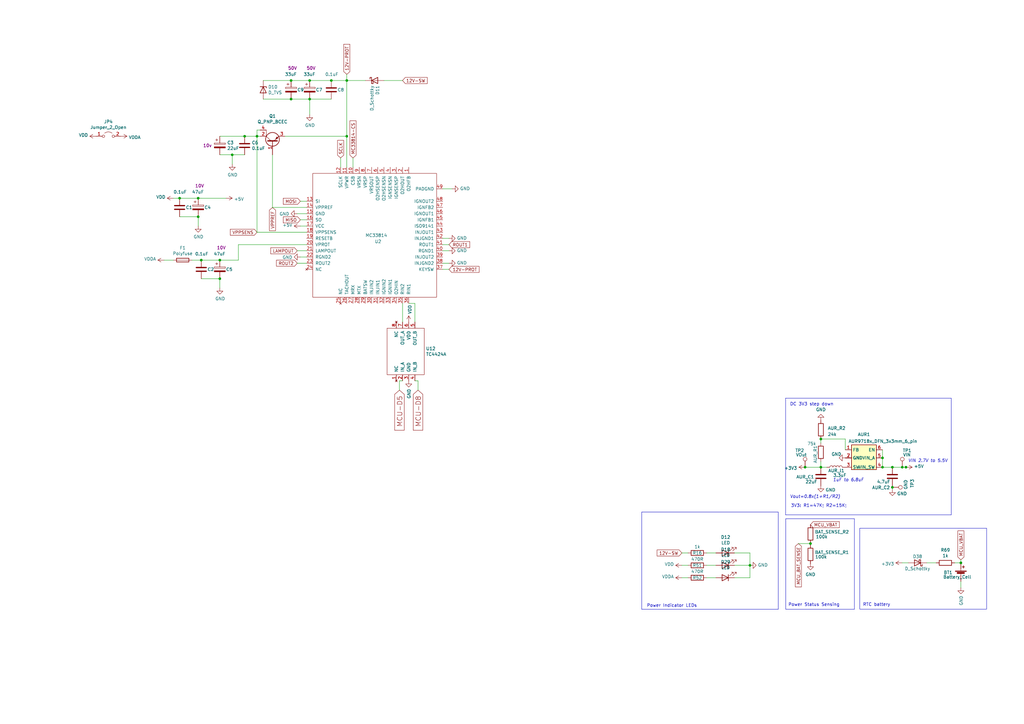
<source format=kicad_sch>
(kicad_sch (version 20230121) (generator eeschema)
  (paper "A3")
  (title_block (title "Power Management") (date "2023-12-06") (rev "12-2023") (company "www.Aeonlabs.science"))
  (lib_symbols
    (symbol "Connector:TestPoint" (pin_numbers hide) (pin_names (offset 0.762) hide)
      (property "Reference" "TP" (at 0 6.858 0))
      (property "Value" "TestPoint" (at 0 5.08 0))
      (symbol "TestPoint_0_1"
        (circle (center 0 3.302) (radius 0.762))
      )
      (symbol "TestPoint_1_1"
        (pin passive line (at 0 0 90) (length 2.54) (name "1") (number "1"))
      )
    )
    (symbol "Device:Battery_Cell" (pin_numbers hide) (pin_names (offset 0) hide)
      (property "Reference" "BT" (at 2.54 2.54 0))
      (property "Value" "Battery_Cell" (at 2.54 0 0))
      (symbol "Battery_Cell_0_1"
        (rectangle (start -2.286 1.778) (end 2.286 1.524) (fill (type outline)))
        (rectangle (start -1.5748 1.1938) (end 1.4732 0.6858) (fill (type outline)))
        (polyline (pts (xy 0 0.762) (xy 0 0)))
        (polyline (pts (xy 0 1.778) (xy 0 2.54)))
        (polyline (pts (xy 0.508 3.429) (xy 1.524 3.429)) (stroke (width 0.254)))
        (polyline (pts (xy 1.016 3.937) (xy 1.016 2.921)) (stroke (width 0.254)))
      )
      (symbol "Battery_Cell_1_1"
        (pin passive line (at 0 5.08 270) (length 2.54) (name "+") (number "1"))
        (pin passive line (at 0 -2.54 90) (length 2.54) (name "-") (number "2"))
      )
    )
    (symbol "Device:C" (pin_numbers hide) (pin_names (offset 0.254))
      (property "Reference" "C" (at 0.635 2.54 0))
      (property "Value" "C" (at 0.635 -2.54 0))
      (symbol "C_0_1"
        (polyline (pts (xy -2.032 -0.762) (xy 2.032 -0.762)) (stroke (width 0.508)))
        (polyline (pts (xy -2.032 0.762) (xy 2.032 0.762)) (stroke (width 0.508)))
      )
      (symbol "C_1_1"
        (pin passive line (at 0 3.81 270) (length 2.794) (name "~") (number "1"))
        (pin passive line (at 0 -3.81 90) (length 2.794) (name "~") (number "2"))
      )
    )
    (symbol "Device:CP" (pin_numbers hide) (pin_names (offset 0.254))
      (property "Reference" "C" (at 0.635 2.54 0))
      (property "Value" "Device_CP" (at 0.635 -2.54 0))
      (symbol "CP_0_1"
        (rectangle (start -2.286 0.508) (end 2.286 1.016))
        (polyline (pts (xy -1.778 2.286) (xy -0.762 2.286)))
        (polyline (pts (xy -1.27 2.794) (xy -1.27 1.778)))
        (rectangle (start 2.286 -0.508) (end -2.286 -1.016) (fill (type outline)))
      )
      (symbol "CP_1_1"
        (pin passive line (at 0 3.81 270) (length 2.794) (name "~") (number "1"))
        (pin passive line (at 0 -3.81 90) (length 2.794) (name "~") (number "2"))
      )
    )
    (symbol "Device:D_Schottky" (pin_numbers hide) (pin_names (offset 1.016) hide)
      (property "Reference" "D" (at 0 2.54 0))
      (property "Value" "D_Schottky" (at 0 -2.54 0))
      (symbol "D_Schottky_0_1"
        (polyline (pts (xy 1.27 0) (xy -1.27 0)))
        (polyline (pts (xy 1.27 1.27) (xy 1.27 -1.27) (xy -1.27 0) (xy 1.27 1.27)) (stroke (width 0.254)))
        (polyline (pts (xy -1.905 0.635) (xy -1.905 1.27) (xy -1.27 1.27) (xy -1.27 -1.27) (xy -0.635 -1.27) (xy -0.635 -0.635)) (stroke (width 0.254)))
      )
      (symbol "D_Schottky_1_1"
        (pin passive line (at -3.81 0 0) (length 2.54) (name "K") (number "1"))
        (pin passive line (at 3.81 0 180) (length 2.54) (name "A") (number "2"))
      )
    )
    (symbol "Device:D_Zener" (pin_numbers hide) (pin_names (offset 1.016) hide)
      (property "Reference" "D" (at 0 2.54 0))
      (property "Value" "D_Zener" (at 0 -2.54 0))
      (symbol "D_Zener_0_1"
        (polyline (pts (xy 1.27 0) (xy -1.27 0)))
        (polyline (pts (xy -1.27 -1.27) (xy -1.27 1.27) (xy -0.762 1.27)) (stroke (width 0.254)))
        (polyline (pts (xy 1.27 -1.27) (xy 1.27 1.27) (xy -1.27 0) (xy 1.27 -1.27)) (stroke (width 0.254)))
      )
      (symbol "D_Zener_1_1"
        (pin passive line (at -3.81 0 0) (length 2.54) (name "K") (number "1"))
        (pin passive line (at 3.81 0 180) (length 2.54) (name "A") (number "2"))
      )
    )
    (symbol "Device:Fuse" (pin_numbers hide) (pin_names (offset 0))
      (property "Reference" "F" (at 2.032 0 90))
      (property "Value" "Fuse" (at -1.905 0 90))
      (symbol "Fuse_0_1"
        (rectangle (start -0.762 -2.54) (end 0.762 2.54) (stroke (width 0.254)))
        (polyline (pts (xy 0 2.54) (xy 0 -2.54)))
      )
      (symbol "Fuse_1_1"
        (pin passive line (at 0 3.81 270) (length 1.27) (name "~") (number "1"))
        (pin passive line (at 0 -3.81 90) (length 1.27) (name "~") (number "2"))
      )
    )
    (symbol "Device:L" (pin_numbers hide) (pin_names (offset 1.016) hide)
      (property "Reference" "L" (at -1.27 0 90))
      (property "Value" "L" (at 1.905 0 90))
      (symbol "L_0_1"
        (arc (start 0 -2.54) (mid 0.6323 -1.905) (end 0 -1.27))
        (arc (start 0 -1.27) (mid 0.6323 -0.635) (end 0 0))
        (arc (start 0 0) (mid 0.6323 0.635) (end 0 1.27))
        (arc (start 0 1.27) (mid 0.6323 1.905) (end 0 2.54))
      )
      (symbol "L_1_1"
        (pin passive line (at 0 3.81 270) (length 1.27) (name "1") (number "1"))
        (pin passive line (at 0 -3.81 90) (length 1.27) (name "2") (number "2"))
      )
    )
    (symbol "Device:LED" (pin_numbers hide) (pin_names (offset 1.016) hide)
      (property "Reference" "D" (at 0 2.54 0))
      (property "Value" "LED" (at 0 -2.54 0))
      (symbol "LED_0_1"
        (polyline (pts (xy -1.27 -1.27) (xy -1.27 1.27)) (stroke (width 0.254)))
        (polyline (pts (xy -1.27 0) (xy 1.27 0)))
        (polyline (pts (xy 1.27 -1.27) (xy 1.27 1.27) (xy -1.27 0) (xy 1.27 -1.27)) (stroke (width 0.254)))
        (polyline (pts (xy -3.048 -0.762) (xy -4.572 -2.286) (xy -3.81 -2.286) (xy -4.572 -2.286) (xy -4.572 -1.524)))
        (polyline (pts (xy -1.778 -0.762) (xy -3.302 -2.286) (xy -2.54 -2.286) (xy -3.302 -2.286) (xy -3.302 -1.524)))
      )
      (symbol "LED_1_1"
        (pin passive line (at -3.81 0 0) (length 2.54) (name "K") (number "1"))
        (pin passive line (at 3.81 0 180) (length 2.54) (name "A") (number "2"))
      )
    )
    (symbol "Device:Q_PNP_BCEC" (pin_names (offset 0) hide)
      (property "Reference" "Q" (at 5.08 1.27 0))
      (property "Value" "Q_PNP_BCEC" (at 5.08 -1.27 0))
      (symbol "Q_PNP_BCEC_0_1"
        (polyline (pts (xy 0.635 0.635) (xy 2.54 2.54)))
        (polyline (pts (xy 5.08 2.54) (xy 2.54 2.54)))
        (polyline (pts (xy 0.635 -0.635) (xy 2.54 -2.54) (xy 2.54 -2.54)))
        (polyline (pts (xy 0.635 1.905) (xy 0.635 -1.905) (xy 0.635 -1.905)) (stroke (width 0.508)))
        (polyline (pts (xy 2.286 -1.778) (xy 1.778 -2.286) (xy 1.27 -1.27) (xy 2.286 -1.778) (xy 2.286 -1.778)) (fill (type outline)))
        (circle (center 1.27 0) (radius 2.8194) (stroke (width 0.254)))
      )
      (symbol "Q_PNP_BCEC_1_1"
        (pin input line (at -5.08 0 0) (length 5.715) (name "B") (number "1"))
        (pin passive line (at 2.54 5.08 270) (length 2.54) (name "C") (number "2"))
        (pin passive line (at 2.54 -5.08 90) (length 2.54) (name "E") (number "3"))
        (pin passive line (at 5.08 5.08 270) (length 2.54) (name "C") (number "4"))
      )
    )
    (symbol "Device:R" (pin_numbers hide) (pin_names (offset 0))
      (property "Reference" "R" (at 2.032 0 90))
      (property "Value" "R" (at 0 0 90))
      (symbol "R_0_1"
        (rectangle (start -1.016 -2.54) (end 1.016 2.54) (stroke (width 0.254)))
      )
      (symbol "R_1_1"
        (pin passive line (at 0 3.81 270) (length 1.27) (name "~") (number "1"))
        (pin passive line (at 0 -3.81 90) (length 1.27) (name "~") (number "2"))
      )
    )
    (symbol "IC_Automotive:MC33814" (pin_names (offset 1.016))
      (property "Reference" "U" (at 0 0 0))
      (property "Value" "MC33814" (at 0 0 0))
      (symbol "MC33814_0_1"
        (rectangle (start -25.4 25.4) (end 25.4 -25.4))
      )
      (symbol "MC33814_1_1"
        (pin input line (at -27.94 13.97 0) (length 2.54) (name "O2HFB") (number "1"))
        (pin input line (at -27.94 -8.89 0) (length 2.54) (name "CSB") (number "10"))
        (pin power_in line (at -27.94 -11.43 0) (length 2.54) (name "VPWR") (number "11"))
        (pin input line (at -27.94 -13.97 0) (length 2.54) (name "SCLK") (number "12"))
        (pin input line (at -13.97 -27.94 90) (length 2.54) (name "SI") (number "13"))
        (pin output line (at -11.43 -27.94 90) (length 2.54) (name "VPPREF") (number "14"))
        (pin power_in line (at -8.89 -27.94 90) (length 2.54) (name "GND") (number "15"))
        (pin output line (at -6.35 -27.94 90) (length 2.54) (name "SO") (number "16"))
        (pin power_out line (at -3.81 -27.94 90) (length 2.54) (name "VCC") (number "17"))
        (pin input line (at -1.27 -27.94 90) (length 2.54) (name "VPPSENS") (number "18"))
        (pin output line (at 1.27 -27.94 90) (length 2.54) (name "RESETB") (number "19"))
        (pin output line (at -27.94 11.43 0) (length 2.54) (name "O2HOUT") (number "2"))
        (pin power_out line (at 3.81 -27.94 90) (length 2.54) (name "VPROT") (number "20"))
        (pin output line (at 6.35 -27.94 90) (length 2.54) (name "LAMPOUT") (number "21"))
        (pin power_out line (at 8.89 -27.94 90) (length 2.54) (name "RGND2") (number "22"))
        (pin output line (at 11.43 -27.94 90) (length 2.54) (name "ROUT2") (number "23"))
        (pin no_connect line (at 13.97 -27.94 90) (length 2.54) (name "NC") (number "24"))
        (pin no_connect line (at 27.94 -13.97 180) (length 2.54) (name "NC") (number "25"))
        (pin output line (at 27.94 -11.43 180) (length 2.54) (name "TACHOUT") (number "26"))
        (pin output line (at 27.94 -8.89 180) (length 2.54) (name "MRX") (number "27"))
        (pin input line (at 27.94 -6.35 180) (length 2.54) (name "MTX") (number "28"))
        (pin output line (at 27.94 -3.81 180) (length 2.54) (name "BATSW") (number "29"))
        (pin input line (at -27.94 8.89 0) (length 2.54) (name "IGNSENSP") (number "3"))
        (pin input line (at 27.94 -1.27 180) (length 2.54) (name "INJIN2") (number "30"))
        (pin input line (at 27.94 1.27 180) (length 2.54) (name "INJIN1") (number "31"))
        (pin input line (at 27.94 3.81 180) (length 2.54) (name "IGNIN2") (number "32"))
        (pin input line (at 27.94 6.35 180) (length 2.54) (name "IGNIN1") (number "33"))
        (pin input line (at 27.94 8.89 180) (length 2.54) (name "O2HIN") (number "34"))
        (pin input line (at 27.94 11.43 180) (length 2.54) (name "RIN2") (number "35"))
        (pin input line (at 27.94 13.97 180) (length 2.54) (name "RIN1") (number "36"))
        (pin input line (at 13.97 27.94 270) (length 2.54) (name "KEYSW") (number "37"))
        (pin power_out line (at 11.43 27.94 270) (length 2.54) (name "INJGND2") (number "38"))
        (pin output line (at 8.89 27.94 270) (length 2.54) (name "INJOUT2") (number "39"))
        (pin input line (at -27.94 6.35 0) (length 2.54) (name "IGNSENSN") (number "4"))
        (pin power_out line (at 6.35 27.94 270) (length 2.54) (name "RGND1") (number "40"))
        (pin output line (at 3.81 27.94 270) (length 2.54) (name "ROUT1") (number "41"))
        (pin power_out line (at 1.27 27.94 270) (length 2.54) (name "INJGND1") (number "42"))
        (pin output line (at -1.27 27.94 270) (length 2.54) (name "INJOUT1") (number "43"))
        (pin bidirectional line (at -3.81 27.94 270) (length 2.54) (name "ISO9141") (number "44"))
        (pin input line (at -6.35 27.94 270) (length 2.54) (name "IGNFB1") (number "45"))
        (pin output line (at -8.89 27.94 270) (length 2.54) (name "IGNOUT1") (number "46"))
        (pin input line (at -11.43 27.94 270) (length 2.54) (name "IGNFB2") (number "47"))
        (pin output line (at -13.97 27.94 270) (length 2.54) (name "IGNOUT2") (number "48"))
        (pin power_in line (at -19.05 27.94 270) (length 2.54) (name "PADGND") (number "49"))
        (pin input line (at -27.94 3.81 0) (length 2.54) (name "O2HSENSN") (number "5"))
        (pin input line (at -27.94 1.27 0) (length 2.54) (name "O2HSENSP") (number "6"))
        (pin output line (at -27.94 -1.27 0) (length 2.54) (name "VRSOUT") (number "7"))
        (pin input line (at -27.94 -3.81 0) (length 2.54) (name "VRSP") (number "8"))
        (pin input line (at -27.94 -6.35 0) (length 2.54) (name "VRSN") (number "9"))
      )
    )
    (symbol "IC_Automotive:TC4424A" (pin_names (offset 1.016))
      (property "Reference" "U" (at -7.62 38.1 0))
      (property "Value" "TC4424A" (at -15.24 38.1 0))
      (symbol "TC4424A_0_1"
        (rectangle (start -25.4 36.83) (end -6.35 21.59))
      )
      (symbol "TC4424A_1_1"
        (pin no_connect line (at -27.94 33.02 0) (length 2.54) (name "NC") (number "1"))
        (pin input line (at -27.94 30.48 0) (length 2.54) (name "IN_A") (number "2"))
        (pin power_in line (at -27.94 27.94 0) (length 2.54) (name "GND") (number "3"))
        (pin input line (at -27.94 25.4 0) (length 2.54) (name "IN_B") (number "4"))
        (pin input line (at -3.81 25.4 180) (length 2.54) (name "OUT_B") (number "5"))
        (pin power_in line (at -3.81 27.94 180) (length 2.54) (name "VDD") (number "6"))
        (pin output line (at -3.81 30.48 180) (length 2.54) (name "OUT_A") (number "7"))
        (pin no_connect line (at -3.81 33.02 180) (length 2.54) (name "NC") (number "8"))
      )
    )
    (symbol "Jumper:Jumper_2_Open" (pin_names (offset 0) hide)
      (property "Reference" "JP" (at 0 2.794 0))
      (property "Value" "Jumper_2_Open" (at 0 -2.286 0))
      (symbol "Jumper_2_Open_0_0"
        (circle (center -2.032 0) (radius 0.508))
        (circle (center 2.032 0) (radius 0.508))
      )
      (symbol "Jumper_2_Open_0_1"
        (arc (start 1.524 1.27) (mid 0 1.778) (end -1.524 1.27))
      )
      (symbol "Jumper_2_Open_1_1"
        (pin passive line (at -5.08 0 0) (length 2.54) (name "A") (number "1"))
        (pin passive line (at 5.08 0 180) (length 2.54) (name "B") (number "2"))
      )
    )
    (symbol "Power_Management:ST01S09_AUR9718x_DFN_3x3mm_6_pin"
      (property "Reference" "AU1" (at -2.54 10.033 0))
      (property "Value" "AUR9718x_DFN_3x3mm_6_pin" (at -2.54 7.493 0))
      (symbol "ST01S09_AUR9718x_DFN_3x3mm_6_pin_0_1"
        (rectangle (start -7.62 5.08) (end 2.54 -5.08) (stroke (width 0.254)) (fill (type background)))
      )
      (symbol "ST01S09_AUR9718x_DFN_3x3mm_6_pin_1_1"
        (pin input line (at -10.16 3.048 0) (length 2.54) (name "FB") (number "1"))
        (pin output line (at -10.16 -0.254 0) (length 2.54) (name "GND") (number "2"))
        (pin bidirectional line (at -10.16 -4.064 0) (length 2.54) (name "SW") (number "3"))
        (pin input line (at 5.08 -4.064 180) (length 2.54) (name "VIN_SW") (number "4"))
        (pin power_out line (at 5.08 -0.254 180) (length 2.54) (name "VIN_A") (number "5"))
        (pin power_in line (at 5.08 3.048 180) (length 2.54) (name "EN") (number "6"))
        (pin output line (at -10.16 -0.254 0) (length 2.54) (name "GND") (number "7"))
      )
    )
    (symbol "power:+3V3" (power) (pin_names (offset 0))
      (property "Value" "+3V3" (at 0 3.556 0))
      (symbol "+3V3_0_1"
        (polyline (pts (xy -0.762 1.27) (xy 0 2.54)))
        (polyline (pts (xy 0 0) (xy 0 2.54)))
        (polyline (pts (xy 0 2.54) (xy 0.762 1.27)))
      )
      (symbol "+3V3_1_1"
        (pin power_in line (at 0 0 90) (length 0) hide (name "+3V3") (number "1"))
      )
    )
    (symbol "power:+5V" (power) (pin_names (offset 0))
      (property "Value" "+5V" (at 0 3.556 0))
      (symbol "+5V_0_1"
        (polyline (pts (xy -0.762 1.27) (xy 0 2.54)))
        (polyline (pts (xy 0 0) (xy 0 2.54)))
        (polyline (pts (xy 0 2.54) (xy 0.762 1.27)))
      )
      (symbol "+5V_1_1"
        (pin power_in line (at 0 0 90) (length 0) hide (name "+5V") (number "1"))
      )
    )
    (symbol "power:GND" (power) (pin_names (offset 0))
      (property "Value" "GND" (at 0 -3.81 0))
      (symbol "GND_0_1"
        (polyline (pts (xy 0 0) (xy 0 -1.27) (xy 1.27 -1.27) (xy 0 -2.54) (xy -1.27 -1.27) (xy 0 -1.27)))
      )
      (symbol "GND_1_1"
        (pin power_in line (at 0 0 270) (length 0) hide (name "GND") (number "1"))
      )
    )
    (symbol "power:VDD" (power) (pin_names (offset 0))
      (property "Value" "VDD" (at 0 3.81 0))
      (symbol "VDD_0_1"
        (polyline (pts (xy -0.762 1.27) (xy 0 2.54)))
        (polyline (pts (xy 0 0) (xy 0 2.54)))
        (polyline (pts (xy 0 2.54) (xy 0.762 1.27)))
      )
      (symbol "VDD_1_1"
        (pin power_in line (at 0 0 90) (length 0) hide (name "VDD") (number "1"))
      )
    )
    (symbol "power:VDDA" (power) (pin_names (offset 0))
      (property "Value" "VDDA" (at 0 3.81 0))
      (symbol "VDDA_0_1"
        (polyline (pts (xy -0.762 1.27) (xy 0 2.54)))
        (polyline (pts (xy 0 0) (xy 0 2.54)))
        (polyline (pts (xy 0 2.54) (xy 0.762 1.27)))
      )
      (symbol "VDDA_1_1"
        (pin power_in line (at 0 0 90) (length 0) hide (name "VDDA") (number "1"))
      )
    )
  )
  (junction (at 73.66 81.28))
  (junction (at 307.594 231.8766))
  (junction (at 82.55 106.68))
  (junction (at 81.28 88.9))
  (junction (at 332.4098 222.9358))
  (junction (at 361.95 191.6176))
  (junction (at 330.2 191.6176))
  (junction (at 370.078 191.6176))
  (junction (at 142.24 55.88))
  (junction (at 336.677 180.0606))
  (junction (at 361.95 187.8076))
  (junction (at 366.014 191.6176))
  (junction (at 371.5766 191.6176))
  (junction (at 100.33 55.88))
  (junction (at 366.014 199.8726))
  (junction (at 142.24 33.02))
  (junction (at 135.89 33.02))
  (junction (at 81.28 81.28))
  (junction (at 394.1064 230.8606))
  (junction (at 336.677 191.6176))
  (junction (at 90.17 114.3))
  (junction (at 127 33.02))
  (junction (at 90.17 106.68))
  (junction (at 119.38 40.64))
  (junction (at 127 40.64))
  (junction (at 119.38 33.02))
  (junction (at 105.41 55.88))
  (junction (at 95.25 63.5))
  (wire (pts (xy 121.92 107.95) (xy 125.73 107.95)))
  (wire (pts (xy 170.18 124.46) (xy 170.18 132.08)))
  (wire (pts (xy 78.74 106.68) (xy 82.55 106.68)))
  (wire (pts (xy 135.89 33.02) (xy 127 33.02)))
  (wire (pts (xy 380.1364 230.8606) (xy 383.9464 230.8606)))
  (wire (pts (xy 394.1064 241.0206) (xy 394.1064 238.4806)))
  (wire (pts (xy 105.41 53.34) (xy 105.41 55.88)))
  (wire (pts (xy 330.2 191.6176) (xy 336.677 191.6176)))
  (wire (pts (xy 171.45 160.02) (xy 171.45 156.21)))
  (wire (pts (xy 289.814 226.7966) (xy 293.624 226.7966)))
  (wire (pts (xy 336.677 180.0606) (xy 336.677 181.7116)))
  (wire (pts (xy 125.73 100.33) (xy 97.79 100.33)))
  (wire (pts (xy 366.014 191.6176) (xy 370.078 191.6176)))
  (wire (pts (xy 105.41 95.25) (xy 125.73 95.25)))
  (wire (pts (xy 163.83 160.02) (xy 163.83 156.21)))
  (wire (pts (xy 184.15 110.49) (xy 181.61 110.49)))
  (wire (pts (xy 336.677 191.6176) (xy 336.677 189.3316)))
  (polyline (pts (xy 322.199 211.1756) (xy 322.199 163.2966)))
  (wire (pts (xy 336.677 180.0606) (xy 346.71 180.0606)))
  (wire (pts (xy 135.89 33.02) (xy 142.24 33.02)))
  (wire (pts (xy 142.24 33.02) (xy 149.86 33.02)))
  (wire (pts (xy 111.76 63.5) (xy 111.76 85.09)))
  (wire (pts (xy 165.1 33.02) (xy 157.48 33.02)))
  (polyline (pts (xy 390.144 211.1756) (xy 322.199 211.1756)))
  (wire (pts (xy 81.28 92.71) (xy 81.28 88.9)))
  (wire (pts (xy 90.17 118.11) (xy 90.17 114.3)))
  (wire (pts (xy 123.19 90.17) (xy 125.73 90.17)))
  (wire (pts (xy 105.41 55.88) (xy 105.41 95.25)))
  (wire (pts (xy 327.4568 222.9358) (xy 332.4098 222.9358)))
  (wire (pts (xy 127 40.64) (xy 127 46.99)))
  (wire (pts (xy 97.79 106.68) (xy 90.17 106.68)))
  (wire (pts (xy 301.244 226.7966) (xy 307.594 226.7966)))
  (wire (pts (xy 184.15 102.87) (xy 181.61 102.87)))
  (wire (pts (xy 282.194 236.9566) (xy 279.654 236.9566)))
  (wire (pts (xy 366.014 199.8726) (xy 366.014 199.2376)))
  (wire (pts (xy 100.33 55.88) (xy 105.41 55.88)))
  (wire (pts (xy 289.814 231.8766) (xy 293.624 231.8766)))
  (wire (pts (xy 332.4098 222.8088) (xy 332.4098 222.9358)))
  (wire (pts (xy 107.95 33.02) (xy 119.38 33.02)))
  (wire (pts (xy 332.4098 222.9358) (xy 332.4098 223.5708)))
  (wire (pts (xy 142.24 55.88) (xy 142.24 68.58)))
  (polyline (pts (xy 322.2498 212.7758) (xy 350.4438 212.7758)))
  (wire (pts (xy 142.24 33.02) (xy 142.24 55.88)))
  (wire (pts (xy 139.7 64.77) (xy 139.7 68.58)))
  (polyline (pts (xy 350.4438 249.8598) (xy 322.2498 249.8598)))
  (wire (pts (xy 339.09 191.6176) (xy 336.677 191.6176)))
  (wire (pts (xy 279.654 231.8766) (xy 282.194 231.8766)))
  (wire (pts (xy 370.078 191.6176) (xy 371.5766 191.6176)))
  (polyline (pts (xy 390.144 163.2966) (xy 390.144 211.1756)))
  (wire (pts (xy 67.31 106.68) (xy 71.12 106.68)))
  (wire (pts (xy 184.15 97.79) (xy 181.61 97.79)))
  (wire (pts (xy 107.95 40.64) (xy 119.38 40.64)))
  (polyline (pts (xy 350.4438 212.7758) (xy 350.4438 249.8598)))
  (wire (pts (xy 119.38 40.64) (xy 127 40.64)))
  (wire (pts (xy 123.19 105.41) (xy 125.73 105.41)))
  (wire (pts (xy 361.95 187.8076) (xy 361.95 191.6176)))
  (wire (pts (xy 184.15 107.95) (xy 181.61 107.95)))
  (wire (pts (xy 307.594 226.7966) (xy 307.594 231.8766)))
  (wire (pts (xy 73.66 81.28) (xy 81.28 81.28)))
  (wire (pts (xy 361.95 184.5056) (xy 361.95 187.8076)))
  (wire (pts (xy 90.17 55.88) (xy 100.33 55.88)))
  (wire (pts (xy 369.9764 230.8606) (xy 372.5164 230.8606)))
  (wire (pts (xy 371.5766 191.6176) (xy 371.602 191.6176)))
  (wire (pts (xy 163.83 156.21) (xy 165.1 156.21)))
  (wire (pts (xy 167.64 124.46) (xy 170.18 124.46)))
  (wire (pts (xy 82.55 106.68) (xy 90.17 106.68)))
  (wire (pts (xy 121.92 87.63) (xy 125.73 87.63)))
  (wire (pts (xy 394.1064 230.8606) (xy 394.1064 229.5906)))
  (wire (pts (xy 71.12 81.28) (xy 73.66 81.28)))
  (wire (pts (xy 171.45 156.21) (xy 170.18 156.21)))
  (wire (pts (xy 116.84 55.88) (xy 142.24 55.88)))
  (wire (pts (xy 119.38 33.02) (xy 127 33.02)))
  (wire (pts (xy 391.5664 230.8606) (xy 394.1064 230.8606)))
  (wire (pts (xy 142.24 30.48) (xy 142.24 33.02)))
  (wire (pts (xy 95.25 63.5) (xy 100.33 63.5)))
  (wire (pts (xy 181.61 77.47) (xy 185.42 77.47)))
  (wire (pts (xy 135.89 40.64) (xy 127 40.64)))
  (wire (pts (xy 97.79 100.33) (xy 97.79 106.68)))
  (wire (pts (xy 111.76 85.09) (xy 125.73 85.09)))
  (polyline (pts (xy 322.2498 212.7758) (xy 322.2498 249.8598)))
  (wire (pts (xy 307.594 236.9566) (xy 307.594 231.8766)))
  (wire (pts (xy 165.1 124.46) (xy 165.1 132.08)))
  (wire (pts (xy 366.014 200.7616) (xy 366.014 199.8726)))
  (wire (pts (xy 361.95 191.6176) (xy 366.014 191.6176)))
  (wire (pts (xy 95.25 67.31) (xy 95.25 63.5)))
  (wire (pts (xy 279.654 226.7966) (xy 282.194 226.7966)))
  (wire (pts (xy 81.28 81.28) (xy 92.71 81.28)))
  (wire (pts (xy 73.66 88.9) (xy 81.28 88.9)))
  (wire (pts (xy 82.55 114.3) (xy 90.17 114.3)))
  (wire (pts (xy 105.41 55.88) (xy 106.68 55.88)))
  (wire (pts (xy 289.814 236.9566) (xy 293.624 236.9566)))
  (wire (pts (xy 301.244 231.8766) (xy 307.594 231.8766)))
  (wire (pts (xy 301.244 236.9566) (xy 307.594 236.9566)))
  (wire (pts (xy 184.15 100.33) (xy 181.61 100.33)))
  (wire (pts (xy 121.92 102.87) (xy 125.73 102.87)))
  (wire (pts (xy 123.19 82.55) (xy 125.73 82.55)))
  (wire (pts (xy 144.78 64.77) (xy 144.78 68.58)))
  (polyline (pts (xy 322.199 163.2966) (xy 390.144 163.2966)))
  (wire (pts (xy 90.17 63.5) (xy 95.25 63.5)))
  (wire (pts (xy 106.68 53.34) (xy 105.41 53.34)))
  (wire (pts (xy 123.19 92.71) (xy 125.73 92.71)))
  (wire (pts (xy 346.71 184.5056) (xy 346.71 180.0606)))
  (rectangle (start 352.6536 216.6366) (end 404.6474 249.8344))
  (rectangle (start 263.1948 210.0072) (end 319.2018 249.9106))
  (text "3V3: R1=47K; R2=15K;" (at 324.358 208.2546 0) (effects (font (size 1.27 1.27)) (justify left bottom)))
  (text "1uF to 6.8uF" (at 341.63 197.7136 0) (effects (font (size 1.27 1.27) italic) (justify left bottom)))
  (text "Power Status Sensing" (at 323.2658 248.8438 0) (effects (font (size 1.27 1.27)) (justify left bottom)))
  (text "Vout=0.8x(1+R1/R2)" (at 323.977 204.5716 0) (effects (font (size 1.27 1.27) italic) (justify left bottom)))
  (text "Power Indicator LEDs" (at 265.2522 249.2248 0) (effects (font (size 1.27 1.27)) (justify left bottom)))
  (text "DC 3V3 step down" (at 323.977 166.5986 0) (effects (font (size 1.27 1.27)) (justify left bottom)))
  (text "VIN 2.7V to 5.5V" (at 372.491 189.8396 0) (effects (font (size 1.27 1.27) italic) (justify left bottom)))
  (text "RTC battery" (at 353.8982 248.8184 0) (effects (font (size 1.27 1.27)) (justify left bottom)))
  (global_label "ROUT1" (shape input) (at 184.15 100.33 0) (property "Intersheetrefs" "${INTERSHEET_REFS}" (effects hide)))
  (global_label "VPPREF" (shape input) (at 111.76 85.09 270) (property "Intersheetrefs" "${INTERSHEET_REFS}" (effects hide)))
  (global_label "12V-PROT" (shape input) (at 142.24 30.48 90) (property "Intersheetrefs" "${INTERSHEET_REFS}" (effects hide)))
  (global_label "LAMPOUT" (shape input) (at 121.92 102.87 180) (property "Intersheetrefs" "${INTERSHEET_REFS}" (effects hide)))
  (global_label "12V-SW" (shape input) (at 165.1 33.02 0) (property "Intersheetrefs" "${INTERSHEET_REFS}" (effects hide)))
  (global_label "MOSI" (shape input) (at 123.19 82.55 180) (property "Intersheetrefs" "${INTERSHEET_REFS}" (effects hide)))
  (global_label "SCLK" (shape input) (at 139.7 64.77 90) (property "Intersheetrefs" "${INTERSHEET_REFS}" (effects hide)))
  (global_label "MCU-D5" (shape input) (at 163.83 160.02 270) (effects (font (size 1.9812 1.9812))) (property "Intersheetrefs" "${INTERSHEET_REFS}" (effects hide)))
  (global_label "MISO" (shape input) (at 123.19 90.17 180) (property "Intersheetrefs" "${INTERSHEET_REFS}" (effects hide)))
  (global_label "MCU_VBAT" (shape input) (at 394.1064 229.5906 90) (property "Intersheetrefs" "${INTERSHEET_REFS}" (effects hide)))
  (global_label "VPPSENS" (shape input) (at 105.41 95.25 180) (property "Intersheetrefs" "${INTERSHEET_REFS}" (effects hide)))
  (global_label "MCU-D8" (shape input) (at 171.45 160.02 270) (effects (font (size 1.9812 1.9812))) (property "Intersheetrefs" "${INTERSHEET_REFS}" (effects hide)))
  (global_label "12V-PROT" (shape input) (at 184.15 110.49 0) (property "Intersheetrefs" "${INTERSHEET_REFS}" (effects hide)))
  (global_label "MCU_VBAT" (shape input) (at 332.4098 215.1888 0) (property "Intersheetrefs" "${INTERSHEET_REFS}" (effects hide)))
  (global_label "MC33814-CS" (shape input) (at 144.78 64.77 90) (property "Intersheetrefs" "${INTERSHEET_REFS}" (effects hide)))
  (global_label "ROUT2" (shape input) (at 121.92 107.95 180) (property "Intersheetrefs" "${INTERSHEET_REFS}" (effects hide)))
  (global_label "MCU_BAT_SENSE" (shape input) (at 327.4568 222.9358 270) (effects (font italic)) (property "Intersheetrefs" "${INTERSHEET_REFS}" (effects hide)))
  (global_label "12V-SW" (shape input) (at 279.654 226.7966 180) (property "Intersheetrefs" "${INTERSHEET_REFS}" (effects hide)))
  (symbol (lib_id "IC_Automotive:MC33814") (at 153.67 96.52 270) (unit 1)
    (property "Reference" "U2" (at 153.67 99.06 90) (effects (justify left)))
    (property "Value" "MC33814" (at 149.86 96.52 90) (effects (justify left)))
    (property "Footprint" "Package_QFP:LQFP-48-1EP_7x7mm_P0.5mm_EP3.6x3.6mm_ThermalVias" (effects hide))
    (property "Manufacturer_Name" "NXP" (effects hide))
    (property "Manufacturer_Part_Number" "MC33814AE" (effects hide))
    (property "URL" "http://au.element14.com/nxp/mc33814ae/ic-control-1-cylinder-engine-48lqfp/dp/2311285" (effects hide))
  )
  (symbol (lib_id "Device:D_Schottky") (at 153.67 33.02 0) (unit 1)
    (property "Reference" "D11" (at 154.8384 35.0266 90) (effects (justify right)))
    (property "Value" "D_Schottky" (at 152.527 35.0266 90) (effects (justify right)))
    (property "Footprint" "Diode_SMD:D_SMA_Handsoldering" (effects hide))
    (property "Digikey Part Number" "B360A-FDICT-ND" (effects hide))
    (property "Manufacturer_Name" "Diodes Inc" (effects hide))
    (property "Manufacturer_Part_Number" "B360A-13-F" (effects hide))
    (property "URL" "https://www.digikey.com.au/product-detail/en/diodes-incorporated/B360A-13-F/B360A-FDICT-ND/724980" (effects hide))
  )
  (symbol (lib_id "Device:CP") (at 127 36.83 0) (unit 1)
    (property "Reference" "C7" (at 129.54 36.83 0) (effects (justify left)))
    (property "Value" "33uF" (at 124.46 30.48 0) (effects (justify left)))
    (property "Footprint" "Capacitor_SMD:CP_Elec_6.3x7.7" (effects hide))
    (property "Voltage" "50V" (at 125.73 27.94 0) (effects (justify left)))
    (property "Digikey Part Number" "PCE3925CT-ND" (effects hide))
    (property "Manufacturer_Name" "Panasonic" (effects hide))
    (property "Manufacturer_Part_Number" "EEE-1HA330XP" (effects hide))
    (property "URL" "https://www.digikey.com.au/product-detail/en/panasonic-electronic-components/EEE-1HA330XP/PCE3925CT-ND/766301" (effects hide))
  )
  (symbol (lib_id "Device:C") (at 135.89 36.83 0) (unit 1)
    (property "Reference" "C8" (at 138.43 36.83 0) (effects (justify left)))
    (property "Value" "0.1uF" (at 133.35 30.48 0) (effects (justify left)))
    (property "Footprint" "Capacitor_SMD:C_0805_2012Metric" (effects hide))
    (property "Digikey Part Number" "311-1140-1-ND" (effects hide))
    (property "Manufacturer_Name" "Yageo" (effects hide))
    (property "Manufacturer_Part_Number" "CC0805KRX7R9BB104" (effects hide))
    (property "URL" "https://www.digikey.com.au/product-detail/en/yageo/CC0805KRX7R9BB104/311-1140-1-ND/303050" (effects hide))
  )
  (symbol (lib_id "power:GND") (at 127 46.99 0) (unit 1)
    (property "Reference" "#PWR0113" (effects hide))
    (property "Value" "GND" (at 127.127 51.3842 0))
  )
  (symbol (lib_id "Device:C") (at 100.33 59.69 0) (unit 1)
    (property "Reference" "C6" (at 103.251 58.5216 0) (effects (justify left)))
    (property "Value" "0.1uF" (at 103.251 60.833 0) (effects (justify left)))
    (property "Footprint" "Capacitor_SMD:C_0805_2012Metric" (effects hide))
    (property "Digikey Part Number" "311-1140-1-ND" (effects hide))
    (property "Manufacturer_Name" "Yageo" (effects hide))
    (property "Manufacturer_Part_Number" "CC0805KRX7R9BB104" (effects hide))
    (property "URL" "https://www.digikey.com.au/product-detail/en/yageo/CC0805KRX7R9BB104/311-1140-1-ND/303050" (effects hide))
  )
  (symbol (lib_id "Device:CP") (at 90.17 59.69 0) (unit 1)
    (property "Reference" "C3" (at 93.1672 58.5216 0) (effects (justify left)))
    (property "Value" "22uF" (at 93.1672 60.833 0) (effects (justify left)))
    (property "Footprint" "Capacitor_SMD:CP_Elec_4x5.4" (effects hide))
    (property "Digikey Part Number" "EEE-1CA220WR" (effects hide))
    (property "Manufacturer_Name" "Panasonic" (effects hide))
    (property "Manufacturer_Part_Number" "PCE3882CT-ND" (effects hide))
    (property "URL" "https://www.digikey.com.au/product-detail/en/panasonic-electronic-components/EEE-1CA220WR/PCE3882CT-ND/766258" (effects hide))
    (property "Voltage" "10v" (at 85.09 59.69 0))
  )
  (symbol (lib_id "power:GND") (at 95.25 67.31 0) (unit 1)
    (property "Reference" "#PWR0114" (effects hide))
    (property "Value" "GND" (at 95.377 71.7042 0))
  )
  (symbol (lib_id "power:GND") (at 185.42 77.47 90) (unit 1)
    (property "Reference" "#PWR0115" (effects hide))
    (property "Value" "GND" (at 188.6712 77.343 90) (effects (justify right)))
  )
  (symbol (lib_id "power:GND") (at 121.92 87.63 270) (unit 1)
    (property "Reference" "#PWR0116" (effects hide))
    (property "Value" "GND" (at 118.6688 87.757 90) (effects (justify right)))
  )
  (symbol (lib_id "power:+5V") (at 123.19 92.71 90) (unit 1)
    (property "Reference" "#PWR0117" (effects hide))
    (property "Value" "+5V" (at 119.9388 92.329 90) (effects (justify left)))
  )
  (symbol (lib_id "Device:CP") (at 81.28 85.09 0) (unit 1)
    (property "Reference" "C4" (at 83.82 85.09 0) (effects (justify left)))
    (property "Value" "47uF" (at 78.74 78.74 0) (effects (justify left)))
    (property "Footprint" "Capacitor_Tantalum_SMD:CP_EIA-3528-21_Kemet-B" (effects hide))
    (property "Voltage" "10V" (at 80.01 76.2 0) (effects (justify left)))
    (property "Digikey Part Number" "478-1692-1-ND" (effects hide))
    (property "Manufacturer_Name" "AVX" (effects hide))
    (property "Manufacturer_Part_Number" "TAJB476K006RNJ" (effects hide))
    (property "URL" "https://www.digikey.com/product-detail/en/avx-corporation/TAJB476K006RNJ/478-1692-1-ND/564724" (effects hide))
  )
  (symbol (lib_id "Device:C") (at 73.66 85.09 0) (unit 1)
    (property "Reference" "C1" (at 76.2 85.09 0) (effects (justify left)))
    (property "Value" "0.1uF" (at 71.12 78.74 0) (effects (justify left)))
    (property "Footprint" "Capacitor_SMD:C_0805_2012Metric" (effects hide))
    (property "Digikey Part Number" "311-1140-1-ND" (effects hide))
    (property "Manufacturer_Name" "Yageo" (effects hide))
    (property "Manufacturer_Part_Number" "CC0805KRX7R9BB104" (effects hide))
    (property "URL" "https://www.digikey.com.au/product-detail/en/yageo/CC0805KRX7R9BB104/311-1140-1-ND/303050" (effects hide))
  )
  (symbol (lib_id "power:GND") (at 81.28 92.71 0) (unit 1)
    (property "Reference" "#PWR0118" (effects hide))
    (property "Value" "GND" (at 81.407 97.1042 0))
  )
  (symbol (lib_id "Device:CP") (at 90.17 110.49 0) (unit 1)
    (property "Reference" "C5" (at 92.71 110.49 0) (effects (justify left)))
    (property "Value" "47uF" (at 87.63 104.14 0) (effects (justify left)))
    (property "Footprint" "Capacitor_Tantalum_SMD:CP_EIA-3528-21_Kemet-B" (effects hide))
    (property "Voltage" "10V" (at 88.9 101.6 0) (effects (justify left)))
    (property "Digikey Part Number" "478-1692-1-ND" (effects hide))
    (property "Manufacturer_Name" "AVX" (effects hide))
    (property "Manufacturer_Part_Number" "TAJB476K006RNJ" (effects hide))
    (property "URL" "https://www.digikey.com/product-detail/en/avx-corporation/TAJB476K006RNJ/478-1692-1-ND/564724" (effects hide))
  )
  (symbol (lib_id "Device:C") (at 82.55 110.49 0) (unit 1)
    (property "Reference" "C2" (at 85.09 110.49 0) (effects (justify left)))
    (property "Value" "0.1uF" (at 80.01 104.14 0) (effects (justify left)))
    (property "Footprint" "Capacitor_SMD:C_0805_2012Metric" (effects hide))
    (property "Digikey Part Number" "311-1140-1-ND" (effects hide))
    (property "Manufacturer_Name" "Yageo" (effects hide))
    (property "Manufacturer_Part_Number" "CC0805KRX7R9BB104" (effects hide))
    (property "URL" "https://www.digikey.com.au/product-detail/en/yageo/CC0805KRX7R9BB104/311-1140-1-ND/303050" (effects hide))
  )
  (symbol (lib_id "power:GND") (at 90.17 118.11 0) (unit 1)
    (property "Reference" "#PWR0119" (effects hide))
    (property "Value" "GND" (at 90.297 122.5042 0))
  )
  (symbol (lib_id "Device:Fuse") (at 74.93 106.68 270) (unit 1)
    (property "Reference" "F1" (at 74.93 101.6762 90))
    (property "Value" "Polyfuse" (at 74.93 103.9876 90))
    (property "Footprint" "Fuse:Fuse_0603_1608Metric" (effects hide))
    (property "Digikey Part Number" "507-1817-1-ND" (effects hide))
    (property "Manufacturer_Name" "Bel Fuse Inc." (effects hide))
    (property "Manufacturer_Part_Number" "0ZCM0008FF2G" (effects hide))
    (property "URL" "https://www.digikey.com.au/product-detail/en/bel-fuse-inc/0ZCM0008FF2G/507-1817-1-ND/4156262" (effects hide))
  )
  (symbol (lib_id "power:GND") (at 123.19 105.41 270) (unit 1)
    (property "Reference" "#PWR0120" (effects hide))
    (property "Value" "GND" (at 119.9388 105.537 90) (effects (justify right)))
  )
  (symbol (lib_id "power:GND") (at 184.15 102.87 90) (unit 1)
    (property "Reference" "#PWR0121" (effects hide))
    (property "Value" "GND" (at 187.4012 102.743 90) (effects (justify right)))
  )
  (symbol (lib_id "power:VDD") (at 71.12 81.28 90) (unit 1)
    (property "Reference" "#PWR0122" (effects hide))
    (property "Value" "VDD" (at 67.8942 80.8228 90) (effects (justify left)))
  )
  (symbol (lib_id "power:VDDA") (at 67.31 106.68 90) (unit 1)
    (property "Reference" "#PWR0123" (effects hide))
    (property "Value" "VDDA" (at 64.0588 106.2228 90) (effects (justify left)))
  )
  (symbol (lib_id "power:+5V") (at 92.71 81.28 270) (unit 1)
    (property "Reference" "#PWR0157" (effects hide))
    (property "Value" "+5V" (at 95.9612 81.661 90) (effects (justify left)))
  )
  (symbol (lib_id "Device:Q_PNP_BCEC") (at 111.76 58.42 90) (unit 1)
    (property "Reference" "Q1" (at 111.76 47.625 90))
    (property "Value" "Q_PNP_BCEC" (at 111.76 49.9364 90))
    (property "Footprint" "Package_TO_SOT_SMD:SOT-223-3_TabPin2" (effects hide))
    (property "Digikey Part Number" "FZT753CT-ND" (effects hide))
    (property "Manufacturer_Name" "Diodes Inc" (effects hide))
    (property "Manufacturer_Part_Number" "FZT753TA" (effects hide))
    (property "URL" "https://www.digikey.com.au/product-detail/en/diodes-incorporated/FZT753TA/FZT753CT-ND/92847" (effects hide))
  )
  (symbol (lib_id "Device:D_Zener") (at 107.95 36.83 270) (unit 1)
    (property "Reference" "D10" (at 109.9566 35.6616 90) (effects (justify left)))
    (property "Value" "D_TVS" (at 109.9566 37.973 90) (effects (justify left)))
    (property "Footprint" "Diode_SMD:D_SMB" (effects hide))
    (property "Digikey Part Number" "SMBJ40A-QCT-ND" (effects hide))
    (property "Manufacturer_Name" "Bournes Inc." (effects hide))
    (property "Manufacturer_Part_Number" "SMBJ40A-Q" (effects hide))
    (property "URL" "https://www.digikey.com.au/product-detail/en/bourns-inc/SMBJ40A-Q/SMBJ40A-QCT-ND/10222718" (effects hide))
  )
  (symbol (lib_id "Device:CP") (at 119.38 36.83 0) (unit 1)
    (property "Reference" "C9" (at 121.92 36.83 0) (effects (justify left)))
    (property "Value" "33uF" (at 116.84 30.48 0) (effects (justify left)))
    (property "Footprint" "Capacitor_SMD:CP_Elec_6.3x7.7" (effects hide))
    (property "Voltage" "50V" (at 118.11 27.94 0) (effects (justify left)))
    (property "Digikey Part Number" "PCE3925CT-ND" (effects hide))
    (property "Manufacturer_Name" "Panasonic" (effects hide))
    (property "Manufacturer_Part_Number" "EEE-1HA330XP" (effects hide))
    (property "URL" "https://www.digikey.com.au/product-detail/en/panasonic-electronic-components/EEE-1HA330XP/PCE3925CT-ND/766301" (effects hide))
  )
  (symbol (lib_id "Device:R") (at 286.004 236.9566 90) (unit 1)
    (property "Reference" "R52" (at 286.004 236.9566 90))
    (property "Value" "470R" (at 286.004 234.4166 90))
    (property "Footprint" "Resistor_SMD:R_0805_2012Metric" (effects hide))
    (property "Digikey Part Number" "P470CCT-ND" (effects hide))
    (property "Manufacturer_Name" "Panasonic" (effects hide))
    (property "Manufacturer_Part_Number" "ERJ-6ENF4700V" (effects hide))
    (property "URL" "https://www.digikey.com/product-detail/en/panasonic-electronic-components/ERJ-6ENF4700V/P470CCT-ND/1746871" (effects hide))
  )
  (symbol (lib_id "Device:R") (at 286.004 231.8766 90) (unit 1)
    (property "Reference" "R51" (at 286.004 231.8766 90))
    (property "Value" "470R" (at 286.004 229.3366 90))
    (property "Footprint" "Resistor_SMD:R_0805_2012Metric" (effects hide))
    (property "Digikey Part Number" "P470CCT-ND" (effects hide))
    (property "Manufacturer_Name" "Panasonic" (effects hide))
    (property "Manufacturer_Part_Number" "ERJ-6ENF4700V" (effects hide))
    (property "URL" "https://www.digikey.com/product-detail/en/panasonic-electronic-components/ERJ-6ENF4700V/P470CCT-ND/1746871" (effects hide))
  )
  (symbol (lib_id "Device:R") (at 286.004 226.7966 90) (unit 1)
    (property "Reference" "R16" (at 286.004 226.7966 90))
    (property "Value" "1k" (at 286.004 224.2566 90))
    (property "Footprint" "Resistor_SMD:R_0805_2012Metric" (effects hide))
    (property "Digikey Part Number" "311-1.00KCRCT-ND" (effects hide))
    (property "Manufacturer_Name" "Yageo" (effects hide))
    (property "Manufacturer_Part_Number" "RC0805FR-071KL" (effects hide))
    (property "URL" "https://www.digikey.com/product-detail/en/yageo/RC0805FR-071KL/311-1.00KCRCT-ND/730391" (effects hide))
  )
  (symbol (lib_id "Device:LED") (at 297.434 226.7966 180) (unit 1)
    (property "Reference" "D12" (at 297.6118 220.3196 0))
    (property "Value" "LED" (at 297.6118 222.631 0))
    (property "Footprint" "LED_SMD:LED_0805_2012Metric_Pad1.15x1.40mm_HandSolder" (effects hide))
    (property "Digikey Part Number" "475-1410-2-ND" (effects hide))
    (property "Manufacturer_Name" "OSRAM" (effects hide))
    (property "Manufacturer_Part_Number" "LG R971-KN-1" (effects hide))
    (property "URL" "https://www.digikey.com/en/products/detail/osram-opto-semiconductors-inc/LG-R971-KN-1/1227925" (effects hide))
  )
  (symbol (lib_id "power:VDDA") (at 279.654 236.9566 90) (unit 1)
    (property "Reference" "#PWR0134" (effects hide))
    (property "Value" "VDDA" (at 276.4028 236.4994 90) (effects (justify left)))
  )
  (symbol (lib_id "power:VDD") (at 279.654 231.8766 90) (unit 1)
    (property "Reference" "#PWR0149" (effects hide))
    (property "Value" "VDD" (at 276.4282 231.4194 90) (effects (justify left)))
  )
  (symbol (lib_id "Device:LED") (at 297.434 231.8766 180) (unit 1)
    (property "Reference" "D18" (at 297.6118 225.3996 0))
    (property "Value" "LED" (at 297.6118 227.711 0))
    (property "Footprint" "LED_SMD:LED_0805_2012Metric_Pad1.15x1.40mm_HandSolder" (effects hide))
    (property "Digikey Part Number" "475-1410-2-ND" (effects hide))
    (property "Manufacturer_Name" "OSRAM" (effects hide))
    (property "Manufacturer_Part_Number" "LG R971-KN-1" (effects hide))
    (property "URL" "https://www.digikey.com/en/products/detail/osram-opto-semiconductors-inc/LG-R971-KN-1/1227925" (effects hide))
  )
  (symbol (lib_id "Device:LED") (at 297.434 236.9566 180) (unit 1)
    (property "Reference" "D29" (at 297.6118 230.4796 0))
    (property "Value" "LED" (at 297.6118 232.791 0))
    (property "Footprint" "LED_SMD:LED_0805_2012Metric_Pad1.15x1.40mm_HandSolder" (effects hide))
    (property "Digikey Part Number" "475-1410-2-ND" (effects hide))
    (property "Manufacturer_Name" "OSRAM" (effects hide))
    (property "Manufacturer_Part_Number" "LG R971-KN-1" (effects hide))
    (property "URL" "https://www.digikey.com/en/products/detail/osram-opto-semiconductors-inc/LG-R971-KN-1/1227925" (effects hide))
  )
  (symbol (lib_id "power:GND") (at 307.594 231.8766 90) (unit 1)
    (property "Reference" "#PWR0180" (effects hide))
    (property "Value" "GND" (at 310.8452 231.7496 90) (effects (justify right)))
  )
  (symbol (lib_id "power:GND") (at 167.64 156.21 0) (unit 1)
    (property "Reference" "#PWR0214" (effects hide))
    (property "Value" "GND" (at 167.767 159.4612 90) (effects (justify right)))
  )
  (symbol (lib_id "power:VDD") (at 167.64 132.08 0) (unit 1)
    (property "Reference" "#PWR0216" (effects hide))
    (property "Value" "VDD" (at 168.0972 128.8542 90) (effects (justify left)))
  )
  (symbol (lib_id "IC_Automotive:TC4424A") (at 195.58 128.27 90) (unit 1)
    (property "Reference" "U12" (at 174.7012 142.9766 90) (effects (justify right)))
    (property "Value" "TC4424A" (at 174.7012 145.288 90) (effects (justify right)))
    (property "Footprint" "Package_SO:SOIC-8_3.9x4.9mm_P1.27mm" (effects hide))
    (property "Digikey Part Number" "TC4424AVOA-ND" (effects hide))
    (property "Manufacturer_Name" "Microchip" (effects hide))
    (property "Manufacturer_Part_Number" "TC4424AVOA" (effects hide))
    (property "URL" "https://www.digikey.com/product-detail/en/microchip-technology/TC4424AVOA/TC4424AVOA-ND/1098908" (effects hide))
  )
  (symbol (lib_id "power:GND") (at 184.15 107.95 90) (unit 1)
    (property "Reference" "#PWR0227" (effects hide))
    (property "Value" "GND" (at 187.4012 107.823 90) (effects (justify right)))
  )
  (symbol (lib_id "power:GND") (at 184.15 97.79 90) (unit 1)
    (property "Reference" "#PWR0228" (effects hide))
    (property "Value" "GND" (at 187.4012 97.663 90) (effects (justify right)))
  )
  (symbol (lib_id "Jumper:Jumper_2_Open") (at 44.45 55.88 0) (unit 1)
    (property "Reference" "JP4" (at 44.45 49.911 0))
    (property "Value" "Jumper_2_Open" (at 44.45 52.2224 0))
    (property "Footprint" "Jumper:SolderJumper-2_P1.3mm_Open_Pad1.0x1.5mm" (effects hide))
  )
  (symbol (lib_id "power:VDD") (at 39.37 55.88 90) (unit 1)
    (property "Reference" "#PWR0229" (effects hide))
    (property "Value" "VDD" (at 36.1442 55.4228 90) (effects (justify left)))
  )
  (symbol (lib_id "power:VDDA") (at 49.53 55.88 270) (unit 1)
    (property "Reference" "#PWR0230" (effects hide))
    (property "Value" "VDDA" (at 52.7812 56.3372 90) (effects (justify left)))
  )
  (symbol (lib_id "Device:C") (at 366.014 195.4276 0) (unit 1)
    (property "Reference" "AUR_C2" (at 357.6574 199.9742 0) (effects (justify left)))
    (property "Value" "4.7uF" (at 359.664 197.5866 0) (effects (justify left)))
    (property "Footprint" "Capacitor_SMD:C_0805_2012Metric_Pad1.18x1.45mm_HandSolder" (effects hide))
  )
  (symbol (lib_id "Device:Battery_Cell") (at 394.1064 235.9406 0) (unit 1)
    (property "Reference" "BT1" (at 387.0198 234.823 0) (effects (justify left)))
    (property "Value" "Battery_Cell" (at 386.8166 236.6518 0) (effects (justify left)))
    (property "Footprint" "AeonLabs_Power:pcb battery 3 pin" (effects hide))
    (property "Digikey Part Number" "36-2999-ND" (effects hide))
    (property "Manufacturer_Name" "Keystone" (effects hide))
    (property "Manufacturer_Part_Number" "2999" (effects hide))
    (property "URL" "https://www.digikey.com.au/product-detail/en/keystone-electronics/2999/36-2999-ND/2137863" (effects hide))
  )
  (symbol (lib_id "Device:L") (at 342.9 191.6176 90) (unit 1)
    (property "Reference" "AUR_l1" (at 343.027 193.0146 90))
    (property "Value" "3.3uF" (at 344.424 194.9196 90))
    (property "Footprint" "Inductor_SMD:L_1210_3225Metric" (effects hide))
  )
  (symbol (lib_id "power:GND") (at 336.677 199.2376 0) (unit 1)
    (property "Reference" "#PWR0102" (effects hide))
    (property "Value" "GND" (at 338.582 200.9414 0) (effects (justify left)))
    (instances (project "LDAD_ATOM _PRO _LCD _ABS_Enclosure_52x48_16bit" (path "" (reference "#PWR0102") (unit 1))) (project "OEM_ECU" (path "" (reference "#PWR010") (unit 1))))
  )
  (symbol (lib_id "power:GND") (at 394.1064 241.0206 0) (unit 1)
    (property "Reference" "#PWR0225" (effects hide))
    (property "Value" "GND" (at 394.2334 244.2718 90) (effects (justify right)))
    (instances (project "OEM_ECU" (path "" (reference "#PWR0225") (unit 1)) (path "" (reference "#PWR036") (unit 1))))
  )
  (symbol (lib_id "Device:R") (at 332.4098 227.3808 0) (unit 1)
    (property "Reference" "BAT_SENSE_R1" (at 334.1878 226.5461 0) (effects (justify left)))
    (property "Value" "100k" (at 334.3148 228.3968 0) (effects (justify left)))
    (property "Footprint" "Resistor_SMD:R_0603_1608Metric" (effects hide))
    (instances (project "LDAD_ATOM _PRO _LCD _ABS_Enclosure_52x48_16bit" (path "" (reference "BAT_SENSE_R1") (unit 1))) (project "OEM_ECU" (path "" (reference "BAT_SENSE_R2") (unit 1))))
  )
  (symbol (lib_id "Device:R") (at 336.677 185.5216 180) (unit 1)
    (property "Reference" "AUR_R1" (at 334.4164 190.0174 90) (effects (justify right)))
    (property "Value" "75k" (at 331.089 181.9656 0) (effects (justify right)))
    (property "Footprint" "Resistor_SMD:R_0805_2012Metric_Pad1.20x1.40mm_HandSolder" (effects hide))
    (instances (project "LDAD_ATOM _PRO _LCD _ABS_Enclosure_52x48_16bit" (path "" (reference "AUR_R1") (unit 1))) (project "OEM_ECU" (path "" (reference "AUR_R2") (unit 1))))
  )
  (symbol (lib_id "power:GND") (at 336.677 172.4406 180) (unit 1)
    (property "Reference" "#PWR0104" (effects hide))
    (property "Value" "GND" (at 336.677 167.9972 0))
    (instances (project "LDAD_ATOM _PRO _LCD _ABS_Enclosure_52x48_16bit" (path "" (reference "#PWR0104") (unit 1))) (project "OEM_ECU" (path "" (reference "#PWR09") (unit 1))))
  )
  (symbol (lib_id "power:+5V") (at 371.5766 191.6176 270) (mirror x) (unit 1)
    (property "Reference" "#PWR01" (effects hide))
    (property "Value" "+5V" (at 374.8278 191.2366 90) (effects (justify left)))
  )
  (symbol (lib_id "Device:D_Schottky") (at 376.3264 230.8606 180) (unit 1)
    (property "Reference" "D38" (at 376.3264 228.2698 0))
    (property "Value" "D_Schottky" (at 376.301 233.2228 0))
    (property "Footprint" "Diode_SMD:D_PowerDI-123" (effects hide))
    (property "Digikey Part Number" "DFLS2100-7DICT-ND" (effects hide))
    (property "Manufacturer_Name" "Diodes Inc." (effects hide))
    (property "Manufacturer_Part_Number" "DFLS2100-7" (effects hide))
    (property "URL" "https://www.digikey.com/product-detail/en/diodes-incorporated/DFLS2100-7/DFLS2100-7DICT-ND/3451552" (effects hide))
    (instances (project "OEM_ECU" (path "" (reference "D38") (unit 1)) (path "" (reference "D13") (unit 1))))
  )
  (symbol (lib_id "Device:R") (at 336.677 176.2506 180) (unit 1)
    (property "Reference" "AUR_R2" (at 339.471 175.6156 0) (effects (justify right)))
    (property "Value" "24k" (at 339.471 178.1556 0) (effects (justify right)))
    (property "Footprint" "Resistor_SMD:R_0805_2012Metric_Pad1.20x1.40mm_HandSolder" (effects hide))
    (instances (project "LDAD_ATOM _PRO _LCD _ABS_Enclosure_52x48_16bit" (path "" (reference "AUR_R2") (unit 1))) (project "OEM_ECU" (path "" (reference "AUR_R1") (unit 1))))
  )
  (symbol (lib_id "Device:R") (at 332.4098 218.9988 0) (unit 1)
    (property "Reference" "BAT_SENSE_R2" (at 334.1878 218.1641 0) (effects (justify left)))
    (property "Value" "100k" (at 334.5688 220.1418 0) (effects (justify left)))
    (property "Footprint" "Resistor_SMD:R_0603_1608Metric" (effects hide))
    (instances (project "LDAD_ATOM _PRO _LCD _ABS_Enclosure_52x48_16bit" (path "" (reference "BAT_SENSE_R2") (unit 1))) (project "OEM_ECU" (path "" (reference "BAT_SENSE_R1") (unit 1))))
  )
  (symbol (lib_id "Connector:TestPoint") (at 330.2 191.6176 0) (unit 1)
    (property "Reference" "TP2" (at 326.136 184.7596 0) (effects (justify left)))
    (property "Value" "VOut" (at 326.39 186.5376 0) (effects (justify left)))
    (property "Footprint" "TestPoint:TestPoint_Pad_D1.0mm" (effects hide))
    (instances (project "LDAD_ATOM _PRO _LCD _ABS_Enclosure_52x48_16bit" (path "" (reference "TP2") (unit 1))) (project "OEM_ECU" (path "" (reference "TP1") (unit 1))))
  )
  (symbol (lib_id "power:GND") (at 346.71 187.8076 270) (unit 1)
    (property "Reference" "#PWR0101" (effects hide))
    (property "Value" "GND" (at 340.995 186.2836 90) (effects (justify left)))
    (instances (project "LDAD_ATOM _PRO _LCD _ABS_Enclosure_52x48_16bit" (path "" (reference "#PWR0101") (unit 1))) (project "OEM_ECU" (path "" (reference "#PWR012") (unit 1))))
  )
  (symbol (lib_id "Device:R") (at 387.7564 230.8606 270) (unit 1)
    (property "Reference" "R69" (at 387.7564 225.6028 90))
    (property "Value" "1k" (at 387.7564 227.9142 90))
    (property "Footprint" "Resistor_SMD:R_0805_2012Metric" (effects hide))
    (property "Digikey Part Number" "311-1.00KCRCT-ND" (effects hide))
    (property "Manufacturer_Name" "Yageo" (effects hide))
    (property "Manufacturer_Part_Number" "RC0805FR-071KL" (effects hide))
    (property "URL" "https://www.digikey.com/product-detail/en/yageo/RC0805FR-071KL/311-1.00KCRCT-ND/730391" (effects hide))
  )
  (symbol (lib_id "Connector:TestPoint") (at 366.014 199.8726 270) (unit 1)
    (property "Reference" "TP3" (at 374.142 196.4436 0) (effects (justify left)))
    (property "Value" "GND" (at 371.475 196.6976 0) (effects (justify left)))
    (property "Footprint" "TestPoint:TestPoint_Pad_D1.0mm" (effects hide))
    (instances (project "LDAD_ATOM _PRO _LCD _ABS_Enclosure_52x48_16bit" (path "" (reference "TP3") (unit 1))) (project "OEM_ECU" (path "" (reference "TP2") (unit 1))))
  )
  (symbol (lib_id "power:+3V3") (at 330.2 191.6176 90) (mirror x) (unit 1)
    (property "Reference" "#PWR0159" (effects hide))
    (property "Value" "+3V3" (at 326.9488 191.9986 90) (effects (justify left)))
    (instances (project "OEM_ECU" (path "" (reference "#PWR0159") (unit 1)) (path "" (reference "#PWR014") (unit 1))))
  )
  (symbol (lib_id "power:GND") (at 332.4098 231.1908 0) (unit 1)
    (property "Reference" "#PWR0149" (effects hide))
    (property "Value" "GND" (at 332.4098 235.6342 0))
    (instances (project "LDAD_ATOM _PRO _LCD _ABS_Enclosure_52x48_16bit" (path "" (reference "#PWR0149") (unit 1))) (project "OEM_ECU" (path "" (reference "#PWR08") (unit 1))))
  )
  (symbol (lib_id "Device:C") (at 336.677 195.4276 0) (unit 1)
    (property "Reference" "AUR_C1" (at 326.5678 195.58 0) (effects (justify left)))
    (property "Value" "22uF" (at 330.327 197.5866 0) (effects (justify left)))
    (property "Footprint" "Capacitor_SMD:C_0805_2012Metric_Pad1.18x1.45mm_HandSolder" (effects hide))
  )
  (symbol (lib_id "power:+3V3") (at 369.9764 230.8606 90) (mirror x) (unit 1)
    (property "Reference" "#PWR0159" (effects hide))
    (property "Value" "+3V3" (at 366.7252 231.2416 90) (effects (justify left)))
    (instances (project "OEM_ECU" (path "" (reference "#PWR0159") (unit 1)) (path "" (reference "#PWR013") (unit 1)) (path "" (reference "#PWR060") (unit 1))))
  )
  (symbol (lib_id "power:GND") (at 366.014 200.7616 0) (unit 1)
    (property "Reference" "#PWR0103" (effects hide))
    (property "Value" "GND" (at 367.919 202.4654 0) (effects (justify left)))
    (instances (project "LDAD_ATOM _PRO _LCD _ABS_Enclosure_52x48_16bit" (path "" (reference "#PWR0103") (unit 1))) (project "OEM_ECU" (path "" (reference "#PWR015") (unit 1))))
  )
  (symbol (lib_id "Power_Management:ST01S09_AUR9718x_DFN_3x3mm_6_pin") (at 356.87 187.5536 0) (unit 1)
    (property "Reference" "AUR1" (at 354.33 178.181 0))
    (property "Value" "AUR9718x_DFN_3x3mm_6_pin" (at 362.1278 180.975 0))
    (property "Footprint" "AeonLabs_Power:AUR9718 ST1S09 SON95P300X300X100-7N" (effects hide))
    (property "Datasheet" "https://www.infineon.com/dgdl/auips7111s.pdf?fileId=5546d462533600a4015355a7c94e1326" (effects hide))
  )
  (symbol (lib_id "Connector:TestPoint") (at 370.078 191.6176 0) (unit 1)
    (property "Reference" "TP1" (at 370.205 184.7596 0) (effects (justify left)))
    (property "Value" "VIN" (at 370.332 186.5376 0) (effects (justify left)))
    (property "Footprint" "TestPoint:TestPoint_Pad_D1.0mm" (effects hide))
    (instances (project "LDAD_ATOM _PRO _LCD _ABS_Enclosure_52x48_16bit" (path "" (reference "TP1") (unit 1))) (project "OEM_ECU" (path "" (reference "TP3") (unit 1))))
  )
)
</source>
